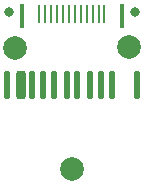
<source format=gbr>
%TF.GenerationSoftware,KiCad,Pcbnew,(6.0.2)*%
%TF.CreationDate,2022-10-21T03:28:25+03:00*%
%TF.ProjectId,Shield1,53686965-6c64-4312-9e6b-696361645f70,rev?*%
%TF.SameCoordinates,Original*%
%TF.FileFunction,Soldermask,Top*%
%TF.FilePolarity,Negative*%
%FSLAX46Y46*%
G04 Gerber Fmt 4.6, Leading zero omitted, Abs format (unit mm)*
G04 Created by KiCad (PCBNEW (6.0.2)) date 2022-10-21 03:28:25*
%MOMM*%
%LPD*%
G01*
G04 APERTURE LIST*
G04 Aperture macros list*
%AMRoundRect*
0 Rectangle with rounded corners*
0 $1 Rounding radius*
0 $2 $3 $4 $5 $6 $7 $8 $9 X,Y pos of 4 corners*
0 Add a 4 corners polygon primitive as box body*
4,1,4,$2,$3,$4,$5,$6,$7,$8,$9,$2,$3,0*
0 Add four circle primitives for the rounded corners*
1,1,$1+$1,$2,$3*
1,1,$1+$1,$4,$5*
1,1,$1+$1,$6,$7*
1,1,$1+$1,$8,$9*
0 Add four rect primitives between the rounded corners*
20,1,$1+$1,$2,$3,$4,$5,0*
20,1,$1+$1,$4,$5,$6,$7,0*
20,1,$1+$1,$6,$7,$8,$9,0*
20,1,$1+$1,$8,$9,$2,$3,0*%
G04 Aperture macros list end*
%ADD10RoundRect,0.112500X0.112500X1.087500X-0.112500X1.087500X-0.112500X-1.087500X0.112500X-1.087500X0*%
%ADD11RoundRect,0.200000X0.200000X1.000000X-0.200000X1.000000X-0.200000X-1.000000X0.200000X-1.000000X0*%
%ADD12C,0.800000*%
%ADD13C,2.000000*%
%ADD14R,0.300000X2.000000*%
%ADD15R,0.180000X1.600000*%
%ADD16RoundRect,0.112500X-0.112500X-1.087500X0.112500X-1.087500X0.112500X1.087500X-0.112500X1.087500X0*%
%ADD17RoundRect,0.125000X-0.125000X-1.075000X0.125000X-1.075000X0.125000X1.075000X-0.125000X1.075000X0*%
G04 APERTURE END LIST*
D10*
%TO.C,J6*%
X100400000Y-26900000D03*
%TD*%
D11*
%TO.C,*%
X95700000Y-26900000D03*
%TD*%
D12*
%TO.C,J17*%
X105300000Y-20700000D03*
%TD*%
D13*
%TO.C,*%
X100000000Y-34000000D03*
%TD*%
D10*
%TO.C,J5*%
X99600000Y-26900000D03*
%TD*%
D14*
%TO.C,X1*%
X104250000Y-21060000D03*
D15*
X102750000Y-20860000D03*
X102250000Y-20860000D03*
X101750000Y-20860000D03*
X101250000Y-20860000D03*
X100750000Y-20860000D03*
X100250000Y-20860000D03*
X99750000Y-20860000D03*
X99250000Y-20860000D03*
X98750000Y-20860000D03*
X98250000Y-20860000D03*
X97750000Y-20860000D03*
X97250000Y-20860000D03*
D14*
X95750000Y-21060000D03*
%TD*%
D10*
%TO.C,J26*%
X96650000Y-26900000D03*
%TD*%
D16*
%TO.C,J15*%
X94500000Y-26900000D03*
%TD*%
D10*
%TO.C,J13*%
X101550000Y-26900000D03*
%TD*%
D13*
%TO.C,*%
X95200000Y-23800000D03*
%TD*%
D10*
%TO.C,J8*%
X97550000Y-26900000D03*
%TD*%
D13*
%TO.C,*%
X104800000Y-23700000D03*
%TD*%
D10*
%TO.C,J14*%
X102450000Y-26900000D03*
%TD*%
%TO.C,J28*%
X103350000Y-26900000D03*
%TD*%
D17*
%TO.C,J3*%
X105500000Y-26900000D03*
%TD*%
D12*
%TO.C,J25*%
X94700000Y-20700000D03*
%TD*%
D10*
%TO.C,J7*%
X98450000Y-26900000D03*
%TD*%
M02*

</source>
